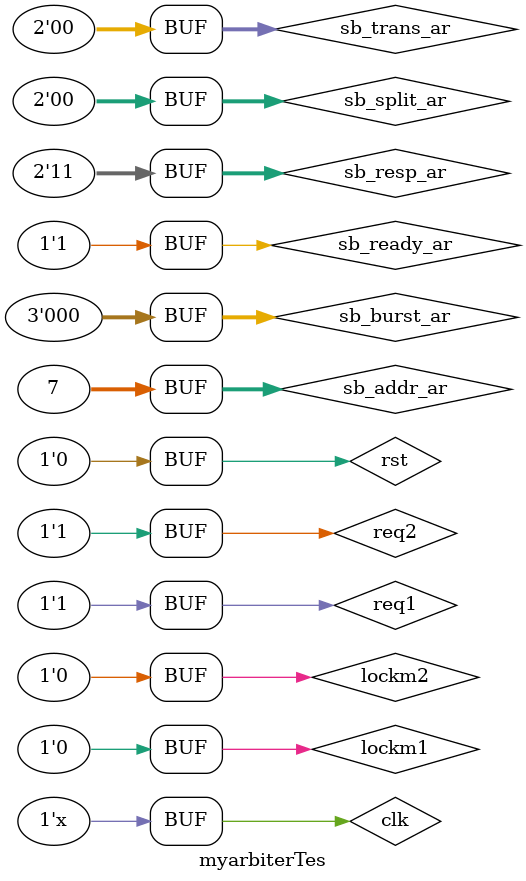
<source format=v>
`timescale 1ns / 1ps

//`include "myArbiter.v"
module myarbiterTes();

reg clk;
reg rst;

reg req1;
reg lockm1;

reg req2;
reg lockm2;

reg [31:0] sb_addr_ar;
reg  [1:0] sb_split_ar;
 reg [1:0] sb_trans_ar;
reg [2:0] sb_burst_ar;
reg [1:0] sb_resp_ar;
reg sb_ready_ar;

wire gnt1;
wire gnt2;
wire [1:0] hmasters;
wire hmasterLock;


always #1 clk=~clk;

initial begin
clk=0;
rst=1;
#5 rst=0;

//--------------------------------------

req1=1;  //master1 reqest
lockm1=0;

req2=0;
lockm2=0;

//sb_addr_ar=32'b4;
sb_addr_ar=3;
sb_split_ar=2'b01;
sb_trans_ar=2'b00;
sb_burst_ar=3'b000;
 sb_resp_ar=2'b00;
sb_ready_ar=1'b1;
#5 
//------------------------------------
req1=0;
lockm1=0;

req2=1;   // master 2 reqest
lockm2=0;

//sb_addr_ar=32'b4;
sb_addr_ar=4;
sb_split_ar=2'b01;
sb_trans_ar=2'b00;
sb_burst_ar=3'b000;
 sb_resp_ar=2'b00;
sb_ready_ar=1'b1;
#5
//---------------------------------

req1=1;     // master 1 and master 2 request
lockm1=0;

req2=1;
lockm2=0;

//sb_addr_ar=32'b4;
sb_addr_ar=7;
sb_split_ar=1'b0;
sb_trans_ar=2'b00;
sb_burst_ar=3'b000;
 sb_resp_ar=2'b00;
sb_ready_ar=1'b1;
#5

//-------------------------------------

req1=1;     // master 1 and master 2 request
lockm1=0;

req2=1;
lockm2=0;

//sb_addr_ar=32'b4;
sb_addr_ar=7;
sb_split_ar=1'b0;
sb_trans_ar=2'b00;
sb_burst_ar=3'b000;
 sb_resp_ar=2'b11;
sb_ready_ar=1'b1;
//#5
//$finish
end
//$finish
//-----------------------------------------------------
Arbiter A(
clk,
 rst,

 req1,
lockm1,
 
 req2,
 lockm1,

 sb_addr_ar,
 sb_split_ar,
 sb_trans_ar,
 sb_burst_ar,
 sb_resp_ar,
 sb_ready_ar,
 
 gnt1,
 gnt2,
 hmasters,
 hmasterLock
 );
 endmodule

</source>
